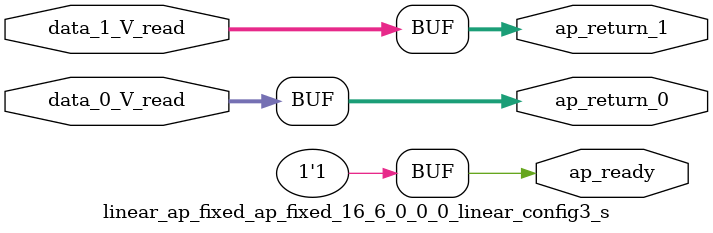
<source format=v>

`timescale 1 ns / 1 ps 

module linear_ap_fixed_ap_fixed_16_6_0_0_0_linear_config3_s (
        ap_ready,
        data_0_V_read,
        data_1_V_read,
        ap_return_0,
        ap_return_1
);


output   ap_ready;
input  [15:0] data_0_V_read;
input  [15:0] data_1_V_read;
output  [15:0] ap_return_0;
output  [15:0] ap_return_1;

assign ap_ready = 1'b1;

assign ap_return_0 = data_0_V_read;

assign ap_return_1 = data_1_V_read;

endmodule //linear_ap_fixed_ap_fixed_16_6_0_0_0_linear_config3_s

</source>
